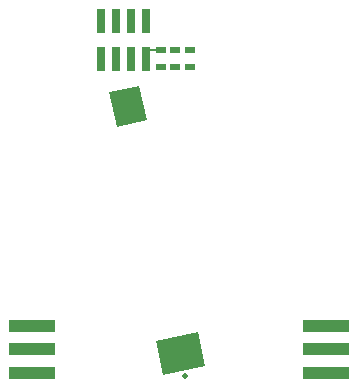
<source format=gbs>
G04 #@! TF.FileFunction,Soldermask,Bot*
%FSLAX46Y46*%
G04 Gerber Fmt 4.6, Leading zero omitted, Abs format (unit mm)*
G04 Created by KiCad (PCBNEW 4.0.0-rc2-stable) date 3/3/2016 3:43:48 PM*
%MOMM*%
G01*
G04 APERTURE LIST*
%ADD10C,0.150000*%
%ADD11R,4.000000X1.000000*%
%ADD12C,0.600000*%
%ADD13C,0.500000*%
%ADD14R,0.760000X2.000000*%
%ADD15R,0.740000X2.000000*%
%ADD16R,0.900000X0.600000*%
%ADD17R,0.900000X0.200000*%
G04 APERTURE END LIST*
D10*
D11*
X73919334Y-50192207D03*
X73919334Y-48192207D03*
X73919334Y-46192207D03*
D12*
X72919334Y-50192207D03*
X72919334Y-48192207D03*
X72919334Y-46192207D03*
D11*
X49020840Y-46192207D03*
X49020840Y-48192207D03*
X49020840Y-50192207D03*
D12*
X50020840Y-46192207D03*
X50020840Y-48192207D03*
X50020840Y-50192207D03*
D10*
G36*
X58090415Y-25889190D02*
X58714150Y-28823633D01*
X56170967Y-29364204D01*
X55547232Y-26429761D01*
X58090415Y-25889190D01*
X58090415Y-25889190D01*
G37*
G36*
X63028799Y-46717594D02*
X63652534Y-49652036D01*
X60131203Y-50400518D01*
X59507468Y-47466076D01*
X63028799Y-46717594D01*
X63028799Y-46717594D01*
G37*
D13*
X61975033Y-50417536D03*
D14*
X58693628Y-20430437D03*
X57423628Y-20430437D03*
X56153628Y-20430437D03*
X54883628Y-20430437D03*
X58693628Y-23630437D03*
X57423628Y-23630437D03*
X56153628Y-23630437D03*
D15*
X54883628Y-23630437D03*
D16*
X59888628Y-24330437D03*
X59888628Y-22830437D03*
X61138628Y-22830437D03*
X61138628Y-24330437D03*
X62388628Y-24330437D03*
X62388628Y-22830437D03*
D17*
X59238628Y-22880437D03*
M02*

</source>
